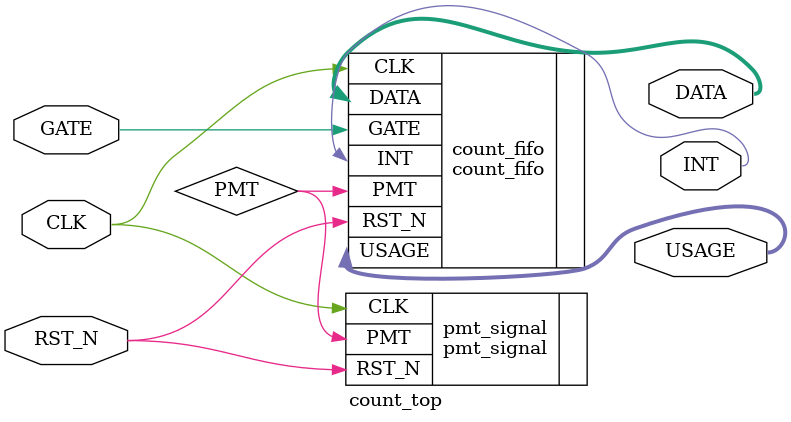
<source format=v>
`timescale 1ns / 1ps


module count_top(
        CLK,
        RST_N,
        GATE,
        DATA,
		USAGE,
		INT	
);
    input 			CLK;            //system clk 100M
    input 			RST_N;
    input 			GATE;
    output [6:0] 	DATA;
    output [6:0] 	USAGE;
    output 			INT;
    
    wire 			PMT;
    
    count_fifo count_fifo(
        .CLK(CLK),                          
        .RST_N(RST_N),
        .GATE(GATE),
        .PMT(PMT),
        .DATA(DATA),
		.USAGE(USAGE),
		.INT(INT)
    );
    
    pmt_signal pmt_signal(
        .CLK(CLK),                          
        .RST_N(RST_N),
        .PMT(PMT)
    );
endmodule


</source>
